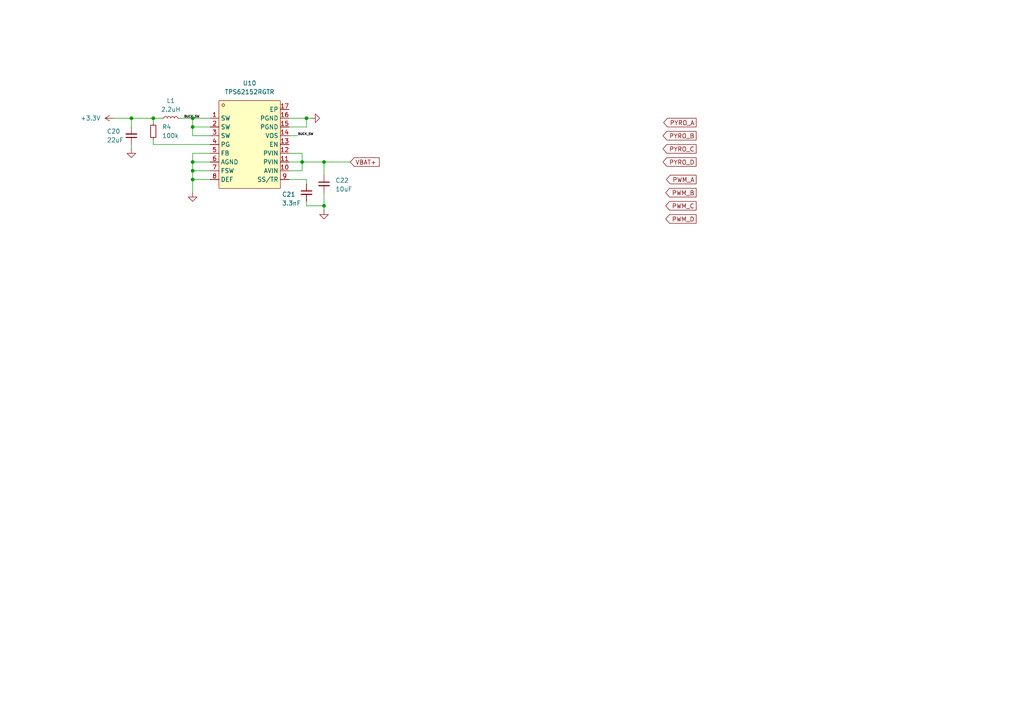
<source format=kicad_sch>
(kicad_sch (version 20250114) (generator "eeschema") (generator_version "9.0")
  (paper "A4")
  (lib_symbols
    (symbol "Device:C_Small" (pin_numbers (hide yes)) (pin_names (offset 0.254) (hide yes))
      (property "Reference" "C" (at 0.254 1.778 0))
      (property "Value" "C_Small" (at 0.254 -2.032 0))
      (symbol "C_Small_0_1"
        (polyline (pts (xy -1.524 0.508) (xy 1.524 0.508)) (stroke (width 0.3048)))
        (polyline (pts (xy -1.524 -0.508) (xy 1.524 -0.508)) (stroke (width 0.3302)))
      )
      (symbol "C_Small_1_1"
        (pin passive line (at 0 2.54 270) (length 2.032) (name "~") (number "1"))
        (pin passive line (at 0 -2.54 90) (length 2.032) (name "~") (number "2"))
      )
    )
    (symbol "Device:L_Small" (pin_numbers (hide yes)) (pin_names (offset 0.254) (hide yes))
      (property "Reference" "L" (at 0.762 1.016 0))
      (property "Value" "L_Small" (at 0.762 -1.016 0))
      (symbol "L_Small_0_1"
        (arc (start 0 2.032) (mid 0.5058 1.524) (end 0 1.016))
        (arc (start 0 1.016) (mid 0.5058 0.508) (end 0 0))
        (arc (start 0 0) (mid 0.5058 -0.508) (end 0 -1.016))
        (arc (start 0 -1.016) (mid 0.5058 -1.524) (end 0 -2.032))
      )
      (symbol "L_Small_1_1"
        (pin passive line (at 0 2.54 270) (length 0.508) (name "~") (number "1"))
        (pin passive line (at 0 -2.54 90) (length 0.508) (name "~") (number "2"))
      )
    )
    (symbol "Device:R_Small" (pin_numbers (hide yes)) (pin_names (offset 0.254) (hide yes))
      (property "Reference" "R" (at 0.762 0.508 0))
      (property "Value" "R_Small" (at 0.762 -1.016 0))
      (symbol "R_Small_0_1"
        (rectangle (start -0.762 1.778) (end 0.762 -1.778) (stroke (width 0.2032)))
      )
      (symbol "R_Small_1_1"
        (pin passive line (at 0 2.54 270) (length 0.762) (name "~") (number "1"))
        (pin passive line (at 0 -2.54 90) (length 0.762) (name "~") (number "2"))
      )
    )
    (symbol "EasyEDA:TPS62152RGTR"
      (property "Reference" "U" (at 0 15.24 0))
      (property "Value" "TPS62152RGTR" (at 0 -15.24 0))
      (symbol "TPS62152RGTR_0_1"
        (rectangle (start -8.89 12.7) (end 8.89 -12.7) (fill (type background)))
        (circle (center -7.62 11.43) (radius 0.38))
        (pin unspecified line (at -11.43 7.62 0) (length 2.54) (name "SW") (number "1"))
        (pin unspecified line (at -11.43 5.08 0) (length 2.54) (name "SW") (number "2"))
        (pin unspecified line (at -11.43 2.54 0) (length 2.54) (name "SW") (number "3"))
        (pin unspecified line (at -11.43 0 0) (length 2.54) (name "PG") (number "4"))
        (pin unspecified line (at -11.43 -2.54 0) (length 2.54) (name "FB") (number "5"))
        (pin unspecified line (at -11.43 -5.08 0) (length 2.54) (name "AGND") (number "6"))
        (pin unspecified line (at -11.43 -7.62 0) (length 2.54) (name "FSW") (number "7"))
        (pin unspecified line (at -11.43 -10.16 0) (length 2.54) (name "DEF") (number "8"))
        (pin unspecified line (at 11.43 10.16 180) (length 2.54) (name "EP") (number "17"))
        (pin unspecified line (at 11.43 7.62 180) (length 2.54) (name "PGND") (number "16"))
        (pin unspecified line (at 11.43 5.08 180) (length 2.54) (name "PGND") (number "15"))
        (pin unspecified line (at 11.43 2.54 180) (length 2.54) (name "VOS") (number "14"))
        (pin unspecified line (at 11.43 0 180) (length 2.54) (name "EN") (number "13"))
        (pin unspecified line (at 11.43 -2.54 180) (length 2.54) (name "PVIN") (number "12"))
        (pin unspecified line (at 11.43 -5.08 180) (length 2.54) (name "PVIN") (number "11"))
        (pin unspecified line (at 11.43 -7.62 180) (length 2.54) (name "AVIN") (number "10"))
        (pin unspecified line (at 11.43 -10.16 180) (length 2.54) (name "SS/TR") (number "9"))
      )
    )
    (symbol "power:+3.3V" (power) (pin_numbers (hide yes)) (pin_names (offset 0) (hide yes))
      (property "Value" "+3.3V" (at 0 3.556 0))
      (symbol "+3.3V_0_1"
        (polyline (pts (xy -0.762 1.27) (xy 0 2.54)))
        (polyline (pts (xy 0 2.54) (xy 0.762 1.27)))
        (polyline (pts (xy 0 0) (xy 0 2.54)))
      )
      (symbol "+3.3V_1_1"
        (pin power_in line (at 0 0 90) (length 0) (name "~") (number "1"))
      )
    )
    (symbol "power:GND" (power) (pin_numbers (hide yes)) (pin_names (offset 0) (hide yes))
      (property "Value" "GND" (at 0 -3.81 0))
      (symbol "GND_0_1"
        (polyline (pts (xy 0 0) (xy 0 -1.27) (xy 1.27 -1.27) (xy 0 -2.54) (xy -1.27 -1.27) (xy 0 -1.27)))
      )
      (symbol "GND_1_1"
        (pin power_in line (at 0 0 270) (length 0) (name "~") (number "1"))
      )
    )
  )
  (junction (at 55.88 52.07))
  (junction (at 55.88 46.99))
  (junction (at 93.98 59.69))
  (junction (at 55.88 49.53))
  (junction (at 93.98 46.99))
  (junction (at 38.1 34.29))
  (junction (at 44.45 34.29))
  (junction (at 55.88 36.83))
  (junction (at 55.88 34.29))
  (junction (at 88.9 34.29))
  (junction (at 87.63 46.99))
  (wire (pts (xy 93.98 55.88) (xy 93.98 59.69)))
  (wire (pts (xy 44.45 35.56) (xy 44.45 34.29)))
  (wire (pts (xy 55.88 36.83) (xy 55.88 39.37)))
  (wire (pts (xy 83.82 49.53) (xy 87.63 49.53)))
  (wire (pts (xy 44.45 34.29) (xy 46.99 34.29)))
  (wire (pts (xy 55.88 44.45) (xy 55.88 46.99)))
  (wire (pts (xy 38.1 34.29) (xy 38.1 36.83)))
  (wire (pts (xy 88.9 34.29) (xy 90.17 34.29)))
  (wire (pts (xy 83.82 36.83) (xy 88.9 36.83)))
  (wire (pts (xy 87.63 46.99) (xy 87.63 44.45)))
  (wire (pts (xy 55.88 36.83) (xy 55.88 34.29)))
  (wire (pts (xy 60.96 41.91) (xy 44.45 41.91)))
  (wire (pts (xy 87.63 46.99) (xy 93.98 46.99)))
  (wire (pts (xy 55.88 46.99) (xy 55.88 49.53)))
  (wire (pts (xy 55.88 34.29) (xy 60.96 34.29)))
  (wire (pts (xy 44.45 41.91) (xy 44.45 40.64)))
  (wire (pts (xy 55.88 52.07) (xy 55.88 55.88)))
  (wire (pts (xy 38.1 41.91) (xy 38.1 43.18)))
  (wire (pts (xy 60.96 46.99) (xy 55.88 46.99)))
  (wire (pts (xy 60.96 52.07) (xy 55.88 52.07)))
  (wire (pts (xy 87.63 44.45) (xy 83.82 44.45)))
  (wire (pts (xy 33.02 34.29) (xy 38.1 34.29)))
  (wire (pts (xy 38.1 34.29) (xy 44.45 34.29)))
  (wire (pts (xy 60.96 36.83) (xy 55.88 36.83)))
  (wire (pts (xy 88.9 36.83) (xy 88.9 34.29)))
  (wire (pts (xy 52.07 34.29) (xy 55.88 34.29)))
  (wire (pts (xy 88.9 59.69) (xy 93.98 59.69)))
  (wire (pts (xy 88.9 53.34) (xy 88.9 52.07)))
  (wire (pts (xy 83.82 34.29) (xy 88.9 34.29)))
  (wire (pts (xy 88.9 52.07) (xy 83.82 52.07)))
  (wire (pts (xy 55.88 49.53) (xy 55.88 52.07)))
  (wire (pts (xy 55.88 49.53) (xy 60.96 49.53)))
  (wire (pts (xy 87.63 49.53) (xy 87.63 46.99)))
  (wire (pts (xy 93.98 46.99) (xy 101.6 46.99)))
  (wire (pts (xy 83.82 39.37) (xy 86.36 39.37)))
  (wire (pts (xy 88.9 58.42) (xy 88.9 59.69)))
  (wire (pts (xy 93.98 46.99) (xy 93.98 50.8)))
  (wire (pts (xy 55.88 39.37) (xy 60.96 39.37)))
  (wire (pts (xy 83.82 46.99) (xy 87.63 46.99)))
  (wire (pts (xy 93.98 59.69) (xy 93.98 60.96)))
  (wire (pts (xy 60.96 44.45) (xy 55.88 44.45)))
  (label "BUCK_SW" (at 86.36 39.37 0) (effects (font (size 0.635 0.635))))
  (label "BUCK_SW" (at 53.34 34.29 0) (effects (font (size 0.635 0.635))))
  (global_label "PWM_A" (shape output) (at 201.93 52.07 180) (property "Intersheetrefs" "${INTERSHEET_REFS}" (effects (hide yes))))
  (global_label "PWM_C" (shape output) (at 201.93 59.69 180) (property "Intersheetrefs" "${INTERSHEET_REFS}" (effects (hide yes))))
  (global_label "VBAT+" (shape input) (at 101.6 46.99 0) (property "Intersheetrefs" "${INTERSHEET_REFS}" (effects (hide yes))))
  (global_label "PYRO_A" (shape output) (at 201.93 35.56 180) (property "Intersheetrefs" "${INTERSHEET_REFS}" (effects (hide yes))))
  (global_label "PYRO_D" (shape output) (at 201.93 46.99 180) (property "Intersheetrefs" "${INTERSHEET_REFS}" (effects (hide yes))))
  (global_label "PYRO_C" (shape output) (at 201.93 43.18 180) (property "Intersheetrefs" "${INTERSHEET_REFS}" (effects (hide yes))))
  (global_label "PWM_B" (shape output) (at 201.93 55.88 180) (property "Intersheetrefs" "${INTERSHEET_REFS}" (effects (hide yes))))
  (global_label "PWM_D" (shape output) (at 201.93 63.5 180) (property "Intersheetrefs" "${INTERSHEET_REFS}" (effects (hide yes))))
  (global_label "PYRO_B" (shape output) (at 201.93 39.37 180) (property "Intersheetrefs" "${INTERSHEET_REFS}" (effects (hide yes))))
  (symbol (lib_id "Device:C_Small") (at 88.9 55.88 0) (unit 1)
    (property "Reference" "C21" (at 81.788 56.388 0) (effects (justify left)))
    (property "Value" "3.3nF" (at 81.788 58.928 0) (effects (justify left)))
    (property "Description" "Unpolarized capacitor, small symbol" (effects (hide yes)))
  )
  (symbol (lib_id "Device:C_Small") (at 38.1 39.37 180) (unit 1)
    (property "Reference" "C20" (at 30.988 38.1 0) (effects (justify right)))
    (property "Value" "22uF" (at 30.988 40.64 0) (effects (justify right)))
    (property "Description" "Unpolarized capacitor, small symbol" (effects (hide yes)))
  )
  (symbol (lib_id "power:+3.3V") (at 33.02 34.29 90) (unit 1)
    (property "Reference" "#PWR032" (effects (hide yes)))
    (property "Value" "+3.3V" (at 29.21 34.2899 90) (effects (justify left)))
    (property "Description" "Power symbol creates a global label with name \"+3.3V\"" (effects (hide yes)))
  )
  (symbol (lib_id "EasyEDA:TPS62152RGTR") (at 72.39 41.91 0) (unit 1)
    (property "Reference" "U10" (at 72.39 24.13 0))
    (property "Value" "TPS62152RGTR" (at 72.39 26.67 0))
    (property "Footprint" "EasyEDA:TQFN-16_L3.0-W3.0-P0.50-TL-EP1.7" (effects (hide yes)))
    (property "LCSC Part" "C2070611" (effects (hide yes)))
  )
  (symbol (lib_id "power:GND") (at 55.88 55.88 0) (unit 1)
    (property "Reference" "#PWR028" (effects (hide yes)))
    (property "Value" "GND" (effects (hide yes)))
    (property "Description" "Power symbol creates a global label with name \"GND\" , ground" (effects (hide yes)))
  )
  (symbol (lib_id "Device:R_Small") (at 44.45 38.1 0) (unit 1)
    (property "Reference" "R4" (at 46.99 36.8299 0) (effects (justify left)))
    (property "Value" "100k" (at 46.99 39.3699 0) (effects (justify left)))
    (property "Description" "Resistor, small symbol" (effects (hide yes)))
  )
  (symbol (lib_id "power:GND") (at 38.1 43.18 0) (unit 1)
    (property "Reference" "#PWR031" (effects (hide yes)))
    (property "Value" "GND" (effects (hide yes)))
    (property "Description" "Power symbol creates a global label with name \"GND\" , ground" (effects (hide yes)))
  )
  (symbol (lib_id "power:GND") (at 93.98 60.96 0) (unit 1)
    (property "Reference" "#PWR029" (effects (hide yes)))
    (property "Value" "GND" (effects (hide yes)))
    (property "Description" "Power symbol creates a global label with name \"GND\" , ground" (effects (hide yes)))
  )
  (symbol (lib_id "Device:C_Small") (at 93.98 53.34 0) (unit 1)
    (property "Reference" "C22" (at 97.282 52.324 0) (effects (justify left)))
    (property "Value" "10uF" (at 97.282 54.864 0) (effects (justify left)))
    (property "Description" "Unpolarized capacitor, small symbol" (effects (hide yes)))
  )
  (symbol (lib_id "Device:L_Small") (at 49.53 34.29 90) (unit 1)
    (property "Reference" "L1" (at 49.53 29.21 90))
    (property "Value" "2.2uH" (at 49.53 31.75 90))
    (property "Description" "Inductor, small symbol" (effects (hide yes)))
  )
  (symbol (lib_id "power:GND") (at 90.17 34.29 90) (unit 1)
    (property "Reference" "#PWR030" (effects (hide yes)))
    (property "Value" "GND" (effects (hide yes)))
    (property "Description" "Power symbol creates a global label with name \"GND\" , ground" (effects (hide yes)))
  )
)
</source>
